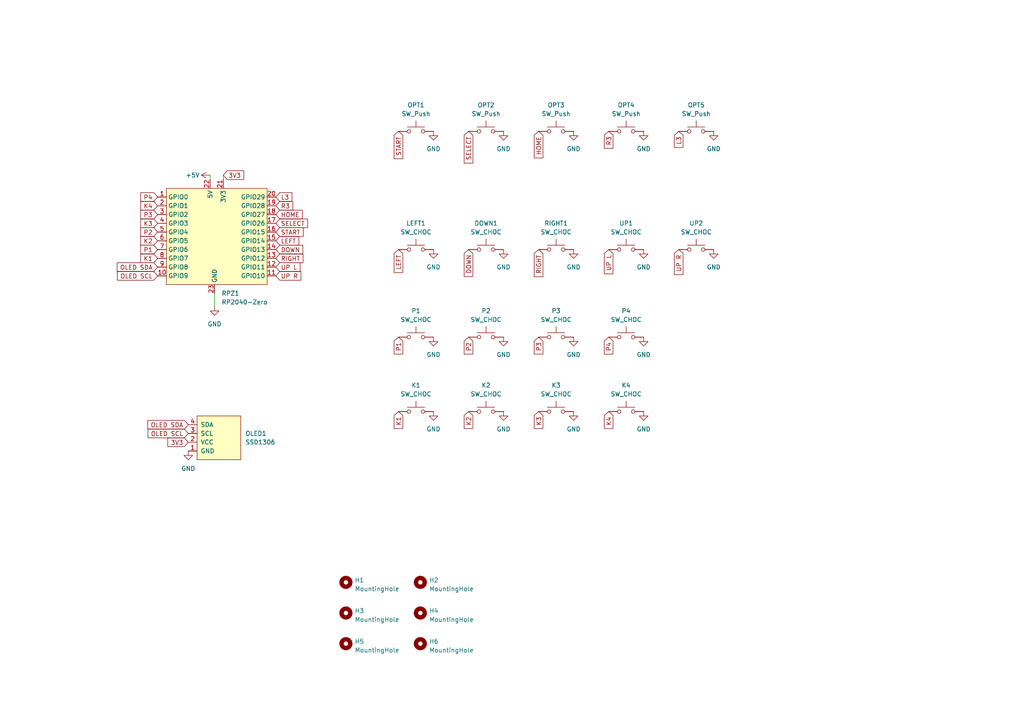
<source format=kicad_sch>
(kicad_sch (version 20230121) (generator eeschema)
  (paper "A4")
  (title_block (title "comfybox") (date "2022-12-22") (rev "0.2"))
  (lib_symbols
    (symbol "Mechanical:MountingHole" (pin_names (offset 1.016))
      (property "Reference" "H" (at 0 5.08 0))
      (property "Value" "MountingHole" (at 0 3.175 0))
      (symbol "MountingHole_0_1"
        (circle (center 0 0) (radius 1.27) (stroke (width 1.27)))
      )
    )
    (symbol "RP2040-Zero:RP2040-Zero"
      (property "Reference" "A" (at 0 1.27 0))
      (property "Value" "RP2040-Zero" (at 0 -1.27 0))
      (symbol "RP2040-Zero_0_1"
        (rectangle (start -13.97 12.7) (end 15.24 -15.24) (fill (type background)))
      )
      (symbol "RP2040-Zero_1_1"
        (pin bidirectional line (at -16.51 10.16 0) (length 2.54) (name "GPIO0") (number "1"))
        (pin bidirectional line (at -16.51 -12.7 0) (length 2.54) (name "GPIO9") (number "10"))
        (pin bidirectional line (at 17.78 -12.7 180) (length 2.54) (name "GPIO10") (number "11"))
        (pin bidirectional line (at 17.78 -10.16 180) (length 2.54) (name "GPIO11") (number "12"))
        (pin bidirectional line (at 17.78 -7.62 180) (length 2.54) (name "GPIO12") (number "13"))
        (pin bidirectional line (at 17.78 -5.08 180) (length 2.54) (name "GPIO13") (number "14"))
        (pin bidirectional line (at 17.78 -2.54 180) (length 2.54) (name "GPIO14") (number "15"))
        (pin bidirectional line (at 17.78 0 180) (length 2.54) (name "GPIO15") (number "16"))
        (pin bidirectional line (at 17.78 2.54 180) (length 2.54) (name "GPIO26") (number "17"))
        (pin bidirectional line (at 17.78 5.08 180) (length 2.54) (name "GPIO27") (number "18"))
        (pin bidirectional line (at 17.78 7.62 180) (length 2.54) (name "GPIO28") (number "19"))
        (pin bidirectional line (at -16.51 7.62 0) (length 2.54) (name "GPIO1") (number "2"))
        (pin bidirectional line (at 17.78 10.16 180) (length 2.54) (name "GPIO29") (number "20"))
        (pin power_out line (at 2.54 15.24 270) (length 2.54) (name "3V3") (number "21"))
        (pin power_in line (at -1.27 15.24 270) (length 2.54) (name "5V") (number "22"))
        (pin power_in line (at 0 -17.78 90) (length 2.54) (name "GND") (number "23"))
        (pin bidirectional line (at -16.51 5.08 0) (length 2.54) (name "GPIO2") (number "3"))
        (pin bidirectional line (at -16.51 2.54 0) (length 2.54) (name "GPIO3") (number "4"))
        (pin bidirectional line (at -16.51 0 0) (length 2.54) (name "GPIO4") (number "5"))
        (pin bidirectional line (at -16.51 -2.54 0) (length 2.54) (name "GPIO5") (number "6"))
        (pin bidirectional line (at -16.51 -5.08 0) (length 2.54) (name "GPIO6") (number "7"))
        (pin bidirectional line (at -16.51 -7.62 0) (length 2.54) (name "GPIO7") (number "8"))
        (pin bidirectional line (at -16.51 -10.16 0) (length 2.54) (name "GPIO8") (number "9"))
      )
    )
    (symbol "SSD1306-128x64_OLED:SSD1306" (pin_names (offset 1.016))
      (property "Reference" "Brd" (at 0 -3.81 0))
      (property "Value" "SSD1306" (at 0 -1.27 0))
      (symbol "SSD1306_0_1"
        (rectangle (start -6.35 6.35) (end 6.35 -6.35) (fill (type background)))
      )
      (symbol "SSD1306_1_1"
        (pin input line (at -3.81 8.89 270) (length 2.54) (name "GND") (number "1"))
        (pin input line (at -1.27 8.89 270) (length 2.54) (name "VCC") (number "2"))
        (pin input line (at 1.27 8.89 270) (length 2.54) (name "SCL") (number "3"))
        (pin input line (at 3.81 8.89 270) (length 2.54) (name "SDA") (number "4"))
      )
    )
    (symbol "Switch:SW_Push" (pin_numbers hide) (pin_names (offset 1.016) hide)
      (property "Reference" "SW" (at 1.27 2.54 0))
      (property "Value" "SW_Push" (at 0 -1.524 0))
      (symbol "SW_Push_0_1"
        (circle (center -2.032 0) (radius 0.508))
        (polyline (pts (xy 0 1.27) (xy 0 3.048)))
        (polyline (pts (xy 2.54 1.27) (xy -2.54 1.27)))
        (circle (center 2.032 0) (radius 0.508))
        (pin passive line (at -5.08 0 0) (length 2.54) (name "1") (number "1"))
        (pin passive line (at 5.08 0 180) (length 2.54) (name "2") (number "2"))
      )
    )
    (symbol "power:+5V" (power) (pin_names (offset 0))
      (property "Value" "+5V" (at 0 3.556 0))
      (symbol "+5V_0_1"
        (polyline (pts (xy -0.762 1.27) (xy 0 2.54)))
        (polyline (pts (xy 0 0) (xy 0 2.54)))
        (polyline (pts (xy 0 2.54) (xy 0.762 1.27)))
      )
      (symbol "+5V_1_1"
        (pin power_in line (at 0 0 90) (length 0) hide (name "+5V") (number "1"))
      )
    )
    (symbol "power:GND" (power) (pin_names (offset 0))
      (property "Value" "GND" (at 0 -3.81 0))
      (symbol "GND_0_1"
        (polyline (pts (xy 0 0) (xy 0 -1.27) (xy 1.27 -1.27) (xy 0 -2.54) (xy -1.27 -1.27) (xy 0 -1.27)))
      )
      (symbol "GND_1_1"
        (pin power_in line (at 0 0 270) (length 0) hide (name "GND") (number "1"))
      )
    )
  )
  (wire (pts (xy 62.23 85.09) (xy 62.23 88.9)))
  (wire (pts (xy 64.77 50.8) (xy 64.77 52.07)))
  (wire (pts (xy 60.96 50.8) (xy 60.96 52.07)))
  (global_label "START" (shape input) (at 115.57 38.1 270) (property "Intersheetrefs" "${INTERSHEET_REFS}" (effects hide)))
  (global_label "START" (shape input) (at 80.01 67.31 0) (property "Intersheetrefs" "${INTERSHEET_REFS}" (effects hide)))
  (global_label "3V3" (shape input) (at 64.77 50.8 0) (property "Intersheetrefs" "${INTERSHEET_REFS}" (effects hide)))
  (global_label "L3" (shape input) (at 80.01 57.15 0) (property "Intersheetrefs" "${INTERSHEET_REFS}" (effects hide)))
  (global_label "LEFT" (shape input) (at 80.01 69.85 0) (property "Intersheetrefs" "${INTERSHEET_REFS}" (effects hide)))
  (global_label "K1" (shape input) (at 115.57 119.38 270) (property "Intersheetrefs" "${INTERSHEET_REFS}" (effects hide)))
  (global_label "HOME" (shape input) (at 156.21 38.1 270) (property "Intersheetrefs" "${INTERSHEET_REFS}" (effects hide)))
  (global_label "3V3" (shape input) (at 54.61 128.27 180) (property "Intersheetrefs" "${INTERSHEET_REFS}" (effects hide)))
  (global_label "P4" (shape input) (at 176.53 97.79 270) (property "Intersheetrefs" "${INTERSHEET_REFS}" (effects hide)))
  (global_label "K4" (shape input) (at 45.72 59.69 180) (property "Intersheetrefs" "${INTERSHEET_REFS}" (effects hide)))
  (global_label "OLED SDA" (shape input) (at 54.61 123.19 180) (property "Intersheetrefs" "${INTERSHEET_REFS}" (effects hide)))
  (global_label "DOWN" (shape input) (at 135.89 72.39 270) (property "Intersheetrefs" "${INTERSHEET_REFS}" (effects hide)))
  (global_label "OLED SDA" (shape input) (at 45.72 77.47 180) (property "Intersheetrefs" "${INTERSHEET_REFS}" (effects hide)))
  (global_label "R3" (shape input) (at 80.01 59.69 0) (property "Intersheetrefs" "${INTERSHEET_REFS}" (effects hide)))
  (global_label "P4" (shape input) (at 45.72 57.15 180) (property "Intersheetrefs" "${INTERSHEET_REFS}" (effects hide)))
  (global_label "K2" (shape input) (at 135.89 119.38 270) (property "Intersheetrefs" "${INTERSHEET_REFS}" (effects hide)))
  (global_label "RIGHT" (shape input) (at 156.21 72.39 270) (property "Intersheetrefs" "${INTERSHEET_REFS}" (effects hide)))
  (global_label "DOWN" (shape input) (at 80.01 72.39 0) (property "Intersheetrefs" "${INTERSHEET_REFS}" (effects hide)))
  (global_label "UP R" (shape input) (at 80.01 80.01 0) (property "Intersheetrefs" "${INTERSHEET_REFS}" (effects hide)))
  (global_label "UP L" (shape input) (at 80.01 77.47 0) (property "Intersheetrefs" "${INTERSHEET_REFS}" (effects hide)))
  (global_label "P1" (shape input) (at 45.72 72.39 180) (property "Intersheetrefs" "${INTERSHEET_REFS}" (effects hide)))
  (global_label "R3" (shape input) (at 176.53 38.1 270) (property "Intersheetrefs" "${INTERSHEET_REFS}" (effects hide)))
  (global_label "UP R" (shape input) (at 196.85 72.39 270) (property "Intersheetrefs" "${INTERSHEET_REFS}" (effects hide)))
  (global_label "P2" (shape input) (at 135.89 97.79 270) (property "Intersheetrefs" "${INTERSHEET_REFS}" (effects hide)))
  (global_label "RIGHT" (shape input) (at 80.01 74.93 0) (property "Intersheetrefs" "${INTERSHEET_REFS}" (effects hide)))
  (global_label "K3" (shape input) (at 45.72 64.77 180) (property "Intersheetrefs" "${INTERSHEET_REFS}" (effects hide)))
  (global_label "P2" (shape input) (at 45.72 67.31 180) (property "Intersheetrefs" "${INTERSHEET_REFS}" (effects hide)))
  (global_label "SELECT" (shape input) (at 135.89 38.1 270) (property "Intersheetrefs" "${INTERSHEET_REFS}" (effects hide)))
  (global_label "OLED SCL" (shape input) (at 54.61 125.73 180) (property "Intersheetrefs" "${INTERSHEET_REFS}" (effects hide)))
  (global_label "P3" (shape input) (at 156.21 97.79 270) (property "Intersheetrefs" "${INTERSHEET_REFS}" (effects hide)))
  (global_label "K1" (shape input) (at 45.72 74.93 180) (property "Intersheetrefs" "${INTERSHEET_REFS}" (effects hide)))
  (global_label "P3" (shape input) (at 45.72 62.23 180) (property "Intersheetrefs" "${INTERSHEET_REFS}" (effects hide)))
  (global_label "HOME" (shape input) (at 80.01 62.23 0) (property "Intersheetrefs" "${INTERSHEET_REFS}" (effects hide)))
  (global_label "UP L" (shape input) (at 176.53 72.39 270) (property "Intersheetrefs" "${INTERSHEET_REFS}" (effects hide)))
  (global_label "K4" (shape input) (at 176.53 119.38 270) (property "Intersheetrefs" "${INTERSHEET_REFS}" (effects hide)))
  (global_label "L3" (shape input) (at 196.85 38.1 270) (property "Intersheetrefs" "${INTERSHEET_REFS}" (effects hide)))
  (global_label "P1" (shape input) (at 115.57 97.79 270) (property "Intersheetrefs" "${INTERSHEET_REFS}" (effects hide)))
  (global_label "K2" (shape input) (at 45.72 69.85 180) (property "Intersheetrefs" "${INTERSHEET_REFS}" (effects hide)))
  (global_label "K3" (shape input) (at 156.21 119.38 270) (property "Intersheetrefs" "${INTERSHEET_REFS}" (effects hide)))
  (global_label "SELECT" (shape input) (at 80.01 64.77 0) (property "Intersheetrefs" "${INTERSHEET_REFS}" (effects hide)))
  (global_label "OLED SCL" (shape input) (at 45.72 80.01 180) (property "Intersheetrefs" "${INTERSHEET_REFS}" (effects hide)))
  (global_label "LEFT" (shape input) (at 115.57 72.39 270) (property "Intersheetrefs" "${INTERSHEET_REFS}" (effects hide)))
  (symbol (lib_id "Switch:SW_Push") (at 120.65 72.39 0) (unit 1)
    (property "Reference" "LEFT1" (at 120.65 64.77 0))
    (property "Value" "SW_CHOC" (at 120.65 67.31 0))
    (property "Footprint" "Switch:Kailh_CPG1353_Gateron_KS33_MX_reversible" (effects hide))
  )
  (symbol (lib_id "Switch:SW_Push") (at 181.61 119.38 0) (unit 1)
    (property "Reference" "K4" (at 181.61 111.76 0))
    (property "Value" "SW_CHOC" (at 181.61 114.3 0))
    (property "Footprint" "Switch:Kailh_CPG1353_Gateron_KS33_MX_reversible" (effects hide))
  )
  (symbol (lib_id "power:+5V") (at 60.96 50.8 90) (unit 1)
    (property "Reference" "#PWR01" (effects hide))
    (property "Value" "+5V" (at 55.88 50.8 90))
  )
  (symbol (lib_id "Switch:SW_Push") (at 140.97 119.38 0) (unit 1)
    (property "Reference" "K2" (at 140.97 111.76 0))
    (property "Value" "SW_CHOC" (at 140.97 114.3 0))
    (property "Footprint" "Switch:Kailh_CPG1353_Gateron_KS33_MX_reversible" (effects hide))
  )
  (symbol (lib_id "RP2040-Zero:RP2040-Zero") (at 62.23 67.31 0) (unit 1)
    (property "Reference" "RPZ1" (at 64.2494 85.09 0) (effects (justify left)))
    (property "Value" "RP2040-Zero" (at 64.2494 87.63 0) (effects (justify left)))
    (property "Footprint" "RP2040-Zero:RP2040-Zero_reversible" (effects hide))
  )
  (symbol (lib_id "Mechanical:MountingHole") (at 100.33 177.8 0) (unit 1)
    (property "Reference" "H3" (at 102.87 177.165 0) (effects (justify left)))
    (property "Value" "MountingHole" (at 102.87 179.705 0) (effects (justify left)))
    (property "Footprint" "MountingHole:MountingHole_4mm" (effects hide))
  )
  (symbol (lib_id "Switch:SW_Push") (at 201.93 72.39 0) (unit 1)
    (property "Reference" "UP2" (at 201.93 64.77 0))
    (property "Value" "SW_CHOC" (at 201.93 67.31 0))
    (property "Footprint" "Switch:Kailh_CPG1353_Gateron_KS33_MX_reversible" (effects hide))
  )
  (symbol (lib_id "Mechanical:MountingHole") (at 100.33 168.91 0) (unit 1)
    (property "Reference" "H1" (at 102.87 168.275 0) (effects (justify left)))
    (property "Value" "MountingHole" (at 102.87 170.815 0) (effects (justify left)))
    (property "Footprint" "MountingHole:MountingHole_4mm" (effects hide))
  )
  (symbol (lib_id "power:GND") (at 146.05 38.1 0) (unit 1)
    (property "Reference" "#PWR08" (effects hide))
    (property "Value" "GND" (at 146.05 43.18 0))
  )
  (symbol (lib_id "power:GND") (at 146.05 119.38 0) (unit 1)
    (property "Reference" "#PWR011" (effects hide))
    (property "Value" "GND" (at 146.05 124.46 0))
  )
  (symbol (lib_id "power:GND") (at 186.69 119.38 0) (unit 1)
    (property "Reference" "#PWR019" (effects hide))
    (property "Value" "GND" (at 186.69 124.46 0))
  )
  (symbol (lib_id "Mechanical:MountingHole") (at 100.33 186.69 0) (unit 1)
    (property "Reference" "H5" (at 102.87 186.055 0) (effects (justify left)))
    (property "Value" "MountingHole" (at 102.87 188.595 0) (effects (justify left)))
    (property "Footprint" "MountingHole:MountingHole_4mm" (effects hide))
  )
  (symbol (lib_id "power:GND") (at 186.69 72.39 0) (unit 1)
    (property "Reference" "#PWR017" (effects hide))
    (property "Value" "GND" (at 186.69 77.47 0))
  )
  (symbol (lib_id "Switch:SW_Push") (at 201.93 38.1 0) (unit 1)
    (property "Reference" "OPT5" (at 201.93 30.48 0))
    (property "Value" "SW_Push" (at 201.93 33.02 0))
    (property "Footprint" "Button_Switch_THT:SW_PUSH_6mm" (effects hide))
  )
  (symbol (lib_id "Mechanical:MountingHole") (at 121.92 168.91 0) (unit 1)
    (property "Reference" "H2" (at 124.46 168.275 0) (effects (justify left)))
    (property "Value" "MountingHole" (at 124.46 170.815 0) (effects (justify left)))
    (property "Footprint" "MountingHole:MountingHole_4mm" (effects hide))
  )
  (symbol (lib_id "Switch:SW_Push") (at 140.97 38.1 0) (unit 1)
    (property "Reference" "OPT2" (at 140.97 30.48 0))
    (property "Value" "SW_Push" (at 140.97 33.02 0))
    (property "Footprint" "Button_Switch_THT:SW_PUSH_6mm" (effects hide))
  )
  (symbol (lib_id "Switch:SW_Push") (at 161.29 38.1 0) (unit 1)
    (property "Reference" "OPT3" (at 161.29 30.48 0))
    (property "Value" "SW_Push" (at 161.29 33.02 0))
    (property "Footprint" "Button_Switch_THT:SW_PUSH_6mm" (effects hide))
  )
  (symbol (lib_id "Switch:SW_Push") (at 120.65 38.1 0) (unit 1)
    (property "Reference" "OPT1" (at 120.65 30.48 0))
    (property "Value" "SW_Push" (at 120.65 33.02 0))
    (property "Footprint" "Button_Switch_THT:SW_PUSH_6mm" (effects hide))
  )
  (symbol (lib_id "power:GND") (at 166.37 97.79 0) (unit 1)
    (property "Reference" "#PWR014" (effects hide))
    (property "Value" "GND" (at 166.37 102.87 0))
  )
  (symbol (lib_id "Switch:SW_Push") (at 120.65 97.79 0) (unit 1)
    (property "Reference" "P1" (at 120.65 90.17 0))
    (property "Value" "SW_CHOC" (at 120.65 92.71 0))
    (property "Footprint" "Switch:Kailh_CPG1353_Gateron_KS33_MX_reversible" (effects hide))
  )
  (symbol (lib_id "Switch:SW_Push") (at 161.29 119.38 0) (unit 1)
    (property "Reference" "K3" (at 161.29 111.76 0))
    (property "Value" "SW_CHOC" (at 161.29 114.3 0))
    (property "Footprint" "Switch:Kailh_CPG1353_Gateron_KS33_MX_reversible" (effects hide))
  )
  (symbol (lib_id "Switch:SW_Push") (at 181.61 97.79 0) (unit 1)
    (property "Reference" "P4" (at 181.61 90.17 0))
    (property "Value" "SW_CHOC" (at 181.61 92.71 0))
    (property "Footprint" "Switch:Kailh_CPG1353_Gateron_KS33_MX_reversible" (effects hide))
  )
  (symbol (lib_id "Switch:SW_Push") (at 161.29 97.79 0) (unit 1)
    (property "Reference" "P3" (at 161.29 90.17 0))
    (property "Value" "SW_CHOC" (at 161.29 92.71 0))
    (property "Footprint" "Switch:Kailh_CPG1353_Gateron_KS33_MX_reversible" (effects hide))
  )
  (symbol (lib_id "Switch:SW_Push") (at 140.97 72.39 0) (unit 1)
    (property "Reference" "DOWN1" (at 140.97 64.77 0))
    (property "Value" "SW_CHOC" (at 140.97 67.31 0))
    (property "Footprint" "Switch:Kailh_CPG1353_Gateron_KS33_MX_reversible" (effects hide))
  )
  (symbol (lib_id "SSD1306-128x64_OLED:SSD1306") (at 63.5 127 90) (unit 1)
    (property "Reference" "OLED1" (at 71.12 125.7299 90) (effects (justify right)))
    (property "Value" "SSD1306" (at 71.12 128.2699 90) (effects (justify right)))
    (property "Footprint" "OLED:SSD1306-128x64_OLED_reversible" (effects hide))
  )
  (symbol (lib_id "power:GND") (at 166.37 72.39 0) (unit 1)
    (property "Reference" "#PWR013" (effects hide))
    (property "Value" "GND" (at 166.37 77.47 0))
  )
  (symbol (lib_id "power:GND") (at 207.01 38.1 0) (unit 1)
    (property "Reference" "#PWR020" (effects hide))
    (property "Value" "GND" (at 207.01 43.18 0))
  )
  (symbol (lib_id "power:GND") (at 54.61 130.81 0) (unit 1)
    (property "Reference" "#PWR0101" (effects hide))
    (property "Value" "GND" (at 54.61 135.89 0))
  )
  (symbol (lib_id "power:GND") (at 186.69 97.79 0) (unit 1)
    (property "Reference" "#PWR018" (effects hide))
    (property "Value" "GND" (at 186.69 102.87 0))
  )
  (symbol (lib_id "power:GND") (at 186.69 38.1 0) (unit 1)
    (property "Reference" "#PWR016" (effects hide))
    (property "Value" "GND" (at 186.69 43.18 0))
  )
  (symbol (lib_id "Switch:SW_Push") (at 120.65 119.38 0) (unit 1)
    (property "Reference" "K1" (at 120.65 111.76 0))
    (property "Value" "SW_CHOC" (at 120.65 114.3 0))
    (property "Footprint" "Switch:Kailh_CPG1353_Gateron_KS33_MX_reversible" (effects hide))
  )
  (symbol (lib_id "power:GND") (at 125.73 38.1 0) (unit 1)
    (property "Reference" "#PWR04" (effects hide))
    (property "Value" "GND" (at 125.73 43.18 0))
  )
  (symbol (lib_id "power:GND") (at 146.05 72.39 0) (unit 1)
    (property "Reference" "#PWR09" (effects hide))
    (property "Value" "GND" (at 146.05 77.47 0))
  )
  (symbol (lib_id "Mechanical:MountingHole") (at 121.92 177.8 0) (unit 1)
    (property "Reference" "H4" (at 124.46 177.165 0) (effects (justify left)))
    (property "Value" "MountingHole" (at 124.46 179.705 0) (effects (justify left)))
    (property "Footprint" "MountingHole:MountingHole_4mm" (effects hide))
  )
  (symbol (lib_id "power:GND") (at 166.37 38.1 0) (unit 1)
    (property "Reference" "#PWR012" (effects hide))
    (property "Value" "GND" (at 166.37 43.18 0))
  )
  (symbol (lib_id "power:GND") (at 125.73 97.79 0) (unit 1)
    (property "Reference" "#PWR06" (effects hide))
    (property "Value" "GND" (at 125.73 102.87 0))
  )
  (symbol (lib_id "power:GND") (at 166.37 119.38 0) (unit 1)
    (property "Reference" "#PWR015" (effects hide))
    (property "Value" "GND" (at 166.37 124.46 0))
  )
  (symbol (lib_id "power:GND") (at 125.73 119.38 0) (unit 1)
    (property "Reference" "#PWR07" (effects hide))
    (property "Value" "GND" (at 125.73 124.46 0))
  )
  (symbol (lib_id "Switch:SW_Push") (at 140.97 97.79 0) (unit 1)
    (property "Reference" "P2" (at 140.97 90.17 0))
    (property "Value" "SW_CHOC" (at 140.97 92.71 0))
    (property "Footprint" "Switch:Kailh_CPG1353_Gateron_KS33_MX_reversible" (effects hide))
  )
  (symbol (lib_id "power:GND") (at 146.05 97.79 0) (unit 1)
    (property "Reference" "#PWR010" (effects hide))
    (property "Value" "GND" (at 146.05 102.87 0))
  )
  (symbol (lib_id "Switch:SW_Push") (at 181.61 72.39 0) (unit 1)
    (property "Reference" "UP1" (at 181.61 64.77 0))
    (property "Value" "SW_CHOC" (at 181.61 67.31 0))
    (property "Footprint" "Switch:Kailh_CPG1353_Gateron_KS33_MX_reversible" (effects hide))
  )
  (symbol (lib_id "power:GND") (at 207.01 72.39 0) (unit 1)
    (property "Reference" "#PWR021" (effects hide))
    (property "Value" "GND" (at 207.01 77.47 0))
  )
  (symbol (lib_id "Switch:SW_Push") (at 161.29 72.39 0) (unit 1)
    (property "Reference" "RIGHT1" (at 161.29 64.77 0))
    (property "Value" "SW_CHOC" (at 161.29 67.31 0))
    (property "Footprint" "Switch:Kailh_CPG1353_Gateron_KS33_MX_reversible" (effects hide))
  )
  (symbol (lib_id "power:GND") (at 125.73 72.39 0) (unit 1)
    (property "Reference" "#PWR05" (effects hide))
    (property "Value" "GND" (at 125.73 77.47 0))
  )
  (symbol (lib_id "Switch:SW_Push") (at 181.61 38.1 0) (unit 1)
    (property "Reference" "OPT4" (at 181.61 30.48 0))
    (property "Value" "SW_Push" (at 181.61 33.02 0))
    (property "Footprint" "Button_Switch_THT:SW_PUSH_6mm" (effects hide))
  )
  (symbol (lib_id "power:GND") (at 62.23 88.9 0) (unit 1)
    (property "Reference" "#PWR02" (effects hide))
    (property "Value" "GND" (at 62.23 93.98 0))
  )
  (symbol (lib_id "Mechanical:MountingHole") (at 121.92 186.69 0) (unit 1)
    (property "Reference" "H6" (at 124.46 186.055 0) (effects (justify left)))
    (property "Value" "MountingHole" (at 124.46 188.595 0) (effects (justify left)))
    (property "Footprint" "MountingHole:MountingHole_4mm" (effects hide))
  )
)
</source>
